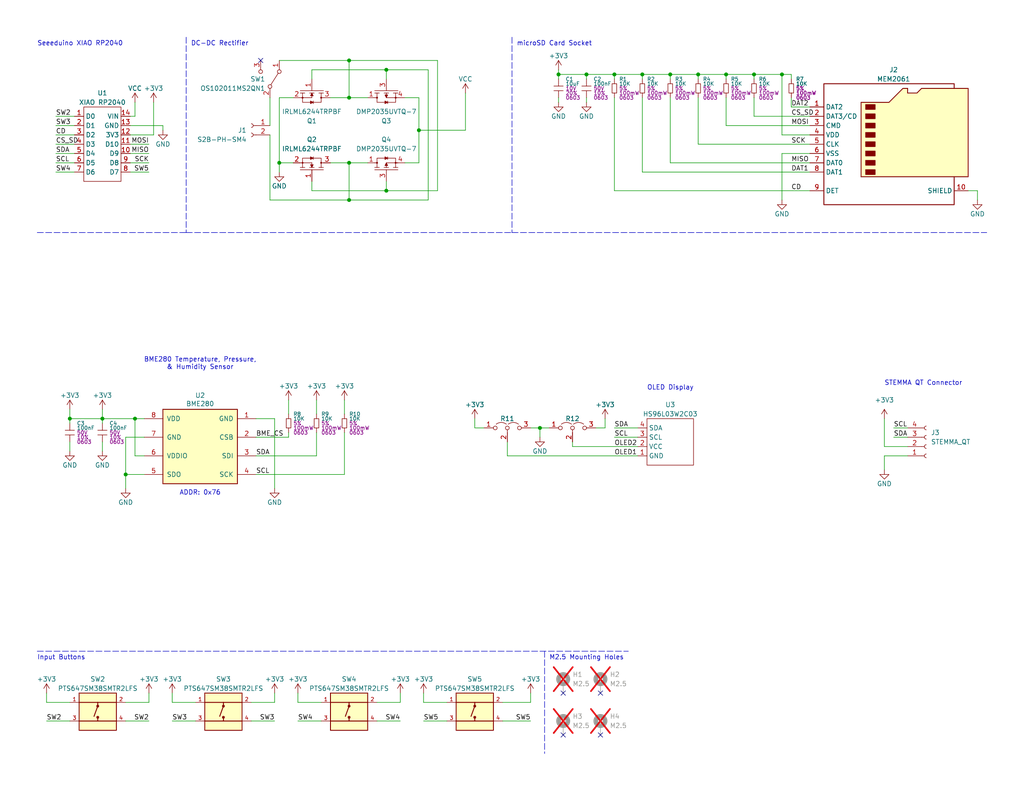
<source format=kicad_sch>
(kicad_sch (version 20250114) (generator "eeschema") (generator_version "9.0")
  (paper "USLetter")
  (title_block (title "Destination Weather Station v4.5.2") (date "2026-01-30") (rev "03") (comment 1 "Madison Gleydura") (comment 2 "FINAL VERSION") (comment 3 "2026"))
  (lib_symbols
    (symbol "lib_sch:+3V3" (power) (pin_names (offset 0))
      (property "Value" "+3V3" (at 0 3.556 0))
      (symbol "+3V3_1_1"
        (pin power_in line (at 0 0 90) (length 0) (hide yes) (name "+3V3") (number "1"))
      )
    )
    (symbol "lib_sch:BME280" (pin_names (offset 1.016))
      (property "Reference" "U" (at 0 13.97 0))
      (property "Value" "BME280" (at 0 11.43 0))
      (symbol "BME280_1_1"
        (pin power_in line (at -15.24 7.62 0) (length 5.08) (name "VDD") (number "8"))
        (pin power_in line (at -15.24 2.54 0) (length 5.08) (name "GND") (number "7"))
        (pin power_in line (at -15.24 -2.54 0) (length 5.08) (name "VDDIO") (number "6"))
        (pin bidirectional line (at -15.24 -7.62 0) (length 5.08) (name "SDO") (number "5"))
        (pin power_in line (at 15.24 7.62 180) (length 5.08) (name "GND") (number "1"))
        (pin input line (at 15.24 2.54 180) (length 5.08) (name "CSB") (number "2"))
        (pin bidirectional line (at 15.24 -2.54 180) (length 5.08) (name "SDI") (number "3"))
        (pin input line (at 15.24 -7.62 180) (length 5.08) (name "SCK") (number "4"))
      )
    )
    (symbol "lib_sch:Conn_01x02_Female" (pin_names (offset 1.016) (hide yes))
      (property "Reference" "J" (at 0 3.81 0))
      (property "Value" "Conn_01x02_Female" (at 0 -3.81 0))
      (symbol "Conn_01x02_Female_1_1"
        (pin passive line (at -5.08 1.27 0) (length 3.81) (name "Pin_1") (number "1"))
        (pin passive line (at -5.08 -1.27 0) (length 3.81) (name "Pin_2") (number "2"))
      )
    )
    (symbol "lib_sch:Conn_01x04_Female" (pin_names (offset 1.016) (hide yes))
      (property "Reference" "J" (at 0 6.35 0))
      (property "Value" "Conn_01x04_Female" (at 0 -6.35 0))
      (symbol "Conn_01x04_Female_1_1"
        (pin passive line (at -5.08 3.81 0) (length 3.81) (name "Pin_1") (number "1"))
        (pin passive line (at -5.08 1.27 0) (length 3.81) (name "Pin_2") (number "2"))
        (pin passive line (at -5.08 -1.27 0) (length 3.81) (name "Pin_3") (number "3"))
        (pin passive line (at -5.08 -3.81 0) (length 3.81) (name "Pin_4") (number "4"))
      )
    )
    (symbol "lib_sch:GND_1" (power) (pin_names (offset 0))
      (property "Value" "GND" (at 0 -3.81 0))
      (symbol "GND_1_1_1"
        (pin power_in line (at 0 0 270) (length 0) (hide yes) (name "GND") (number "1"))
      )
    )
    (symbol "lib_sch:Micro_SD_Card_Det1"
      (property "Reference" "J" (at -19.05 17.78 0))
      (property "Value" "Micro_SD_Card_Det1" (at 16.51 17.78 0))
      (symbol "Micro_SD_Card_Det1_1_1"
        (pin bidirectional line (at -22.86 10.16 0) (length 3.81) (name "DAT2") (number "1"))
        (pin bidirectional line (at -22.86 7.62 0) (length 3.81) (name "DAT3/CD") (number "2"))
        (pin input line (at -22.86 5.08 0) (length 3.81) (name "CMD") (number "3"))
        (pin power_in line (at -22.86 2.54 0) (length 3.81) (name "VDD") (number "4"))
        (pin input line (at -22.86 0 0) (length 3.81) (name "CLK") (number "5"))
        (pin power_in line (at -22.86 -2.54 0) (length 3.81) (name "VSS") (number "6"))
        (pin bidirectional line (at -22.86 -5.08 0) (length 3.81) (name "DAT0") (number "7"))
        (pin bidirectional line (at -22.86 -7.62 0) (length 3.81) (name "DAT1") (number "8"))
        (pin passive line (at -22.86 -12.7 0) (length 3.81) (name "DET") (number "9"))
        (pin passive line (at 20.32 -12.7 180) (length 3.81) (name "SHIELD") (number "10"))
      )
    )
    (symbol "lib_sch:MountingHole_Pad" (pin_numbers (hide yes)) (pin_names (offset 1.016) (hide yes))
      (property "Reference" "H" (at 0 6.35 0))
      (property "Value" "MountingHole_Pad" (at 0 4.445 0))
      (symbol "MountingHole_Pad_1_1"
        (pin input line (at 0 -2.54 90) (length 2.54) (name "1") (number "1"))
      )
    )
    (symbol "lib_sch:NMOS_GSD" (pin_names (hide yes))
      (property "Reference" "Q" (at 0 2.54 0))
      (symbol "NMOS_GSD_1_0"
        (pin passive line (at -5.08 0 0) (length 1.905) (name "") (number "3"))
        (pin passive line (at 0 -5.08 90) (length 3.175) (name "") (number "1"))
        (pin passive line (at 5.08 0 180) (length 1.905) (name "") (number "2"))
      )
    )
    (symbol "lib_sch:OLED_module"
      (property "Reference" "U2" (at 0 10.16 0))
      (property "Value" "OLED_module" (at 0 7.62 0))
      (symbol "OLED_module_1_1"
        (pin bidirectional line (at -8.89 3.81 0) (length 2.54) (name "SDA") (number "4"))
        (pin input line (at -8.89 1.27 0) (length 2.54) (name "SCL") (number "3"))
        (pin power_in line (at -8.89 -1.27 0) (length 2.54) (name "VCC") (number "2"))
        (pin passive line (at -8.89 -3.81 0) (length 2.54) (name "GND") (number "1"))
      )
    )
    (symbol "lib_sch:PMOS_DGS"
      (property "Reference" "Q4" (at 0 2.54 0))
      (symbol "PMOS_DGS_1_0"
        (pin passive line (at -5.08 0 0) (length 1.905) (name "") (number "1"))
        (pin passive line (at -5.08 0 0) (length 3.175) (hide yes) (name "") (number "2"))
        (pin passive line (at -5.08 0 0) (length 2.54) (hide yes) (name "") (number "5"))
        (pin passive line (at -5.08 0 0) (length 2.54) (hide yes) (name "") (number "6"))
        (pin passive line (at 0 -5.08 90) (length 3.175) (name "") (number "3"))
        (pin passive line (at 5.08 0 180) (length 2.54) (name "") (number "4"))
      )
    )
    (symbol "lib_sch:PTS645SK50SMTR92LFS" (pin_names (offset 1.016))
      (property "Reference" "SW" (at 0 8.89 0))
      (property "Value" "PTS645SK50SMTR92LFS" (at 0 6.35 0))
      (symbol "PTS645SK50SMTR92LFS_0_0"
        (pin passive line (at -7.62 2.54 0) (length 2.54) (name "~") (number "1"))
        (pin passive line (at -7.62 -2.54 0) (length 2.54) (name "~") (number "3"))
        (pin passive line (at 7.62 2.54 180) (length 2.54) (name "~") (number "2"))
        (pin passive line (at 7.62 -2.54 180) (length 2.54) (name "~") (number "4"))
      )
    )
    (symbol "lib_sch:Resistor_Jumper_3_Open" (pin_names (offset 0) (hide yes))
      (property "Reference" "R" (at 0 3.81 0))
      (property "Value" "Resistor_Jumper_3_Open" (at 0 2.54 0))
      (symbol "Resistor_Jumper_3_Open_1_1"
        (pin passive line (at -6.35 0 0) (length 2.54) (name "A") (number "1"))
        (pin input line (at 0 -3.81 90) (length 2.54) (name "C") (number "2"))
        (pin passive line (at 6.35 0 180) (length 2.54) (name "B") (number "3"))
      )
    )
    (symbol "lib_sch:SW_SPDT" (pin_names (offset 0) (hide yes))
      (property "Reference" "SW" (at 0 4.318 0))
      (property "Value" "SW_SPDT" (at 0 -5.08 0))
      (symbol "SW_SPDT_1_1"
        (pin passive line (at -5.08 0 0) (length 2.54) (name "B") (number "2"))
        (pin passive line (at 5.08 2.54 180) (length 2.54) (name "A") (number "1"))
        (pin passive line (at 5.08 -2.54 180) (length 2.54) (name "C") (number "3"))
      )
    )
    (symbol "lib_sch:VCC" (power) (pin_names (offset 0))
      (property "Value" "VCC" (at 0 3.81 0))
      (symbol "VCC_1_1"
        (pin power_in line (at 0 0 90) (length 0) (hide yes) (name "VCC") (number "1"))
      )
    )
    (symbol "lib_sch:c_small"
      (property "Reference" "C?" (at 1.905 2.54 0))
      (property "Value" "c_small" (at 1.905 1.27 0))
      (property "Tolerance" "TOL" (at 1.905 -1.27 0))
      (property "Voltage Rating" "VOLTAGE" (at 1.905 0 0))
      (property "Package" "PKG" (at 1.905 -2.54 0))
      (symbol "c_small_1_1"
        (pin passive line (at 0 2.54 270) (length 1.905) (name "") (number "1"))
        (pin passive line (at 0 -2.54 90) (length 1.905) (name "") (number "2"))
      )
    )
    (symbol "lib_sch:r_small"
      (property "Reference" "R?" (at 1.27 2.54 0))
      (property "Value" "VALUE" (at 1.27 1.27 0))
      (property "Tolerance" "TOL" (at 1.27 0 0))
      (property "Power Rating" "PWR" (at 1.27 -1.27 0))
      (property "Package" "PKG" (at 1.27 -2.54 0))
      (symbol "r_small_1_1"
        (pin passive line (at 0 2.54 270) (length 1.27) (name "") (number "1"))
        (pin passive line (at 0 -2.54 90) (length 1.27) (name "") (number "2"))
      )
    )
    (symbol "lib_sch:xiaoRP2040"
      (property "Reference" "U" (at 0 10.16 0))
      (symbol "xiaoRP2040_1_1"
        (pin bidirectional line (at -7.62 6.35 0) (length 2.54) (name "D0") (number "1"))
        (pin bidirectional line (at -7.62 3.81 0) (length 2.54) (name "D1") (number "2"))
        (pin bidirectional line (at -7.62 1.27 0) (length 2.54) (name "D2") (number "3"))
        (pin bidirectional line (at -7.62 -1.27 0) (length 2.54) (name "D3") (number "4"))
        (pin bidirectional line (at -7.62 -3.81 0) (length 2.54) (name "D4") (number "5"))
        (pin bidirectional line (at -7.62 -6.35 0) (length 2.54) (name "D5") (number "6"))
        (pin bidirectional line (at -7.62 -8.89 0) (length 2.54) (name "D6") (number "7"))
        (pin power_in line (at 7.62 6.35 180) (length 2.54) (name "VIN") (number "14"))
        (pin passive line (at 7.62 3.81 180) (length 2.54) (name "GND") (number "13"))
        (pin power_out line (at 7.62 1.27 180) (length 2.54) (name "3V3") (number "12"))
        (pin bidirectional line (at 7.62 -1.27 180) (length 2.54) (name "D10") (number "11"))
        (pin bidirectional line (at 7.62 -3.81 180) (length 2.54) (name "D9") (number "10"))
        (pin bidirectional line (at 7.62 -6.35 180) (length 2.54) (name "D8") (number "9"))
        (pin bidirectional line (at 7.62 -8.89 180) (length 2.54) (name "D7") (number "8"))
      )
    )
  )
  (text "DC-DC Rectifier" (at 52.07 12.7 0) (effects (font (size 1.27 1.27)) (justify left bottom)))
  (text "ADDR: 0x76" (at 54.61 134.62 0) (effects (font (size 1.27 1.27))))
  (text "OLED Display" (at 176.53 106.68 0) (effects (font (size 1.27 1.27)) (justify left bottom)))
  (text "Seeeduino XIAO RP2040\n" (at 10.16 12.7 0) (effects (font (size 1.27 1.27)) (justify left bottom)))
  (text "M2.5 Mounting Holes" (at 149.86 180.34 0) (effects (font (size 1.27 1.27)) (justify left bottom)))
  (text "Input Buttons" (at 10.16 180.34 0) (effects (font (size 1.27 1.27)) (justify left bottom)))
  (text "microSD Card Socket" (at 140.97 12.7 0) (effects (font (size 1.27 1.27)) (justify left bottom)))
  (text "STEMMA QT Connector" (at 241.3 105.41 0) (effects (font (size 1.27 1.27)) (justify left bottom)))
  (text_box "BME280 Temperature, Pressure,\n& Humidity Sensor" (at 38.1 96.52 0) (size 33.02 5.08) (margins 0.9524 0.9524 0.9524 0.9524) (stroke (width -0.0001)) (effects (font (size 1.27 1.27))))
  (junction (at 152.4 20.32))
  (junction (at 76.2 44.45))
  (junction (at 160.02 20.32))
  (junction (at 105.41 19.05))
  (junction (at 198.12 20.32))
  (junction (at 95.25 54.61))
  (junction (at 147.32 116.84))
  (junction (at 213.36 20.32))
  (junction (at 95.25 16.51))
  (junction (at 19.05 114.3))
  (junction (at 27.94 114.3))
  (junction (at 114.3 35.56))
  (junction (at 34.29 129.54))
  (junction (at 190.5 20.32))
  (junction (at 95.25 26.67))
  (junction (at 95.25 44.45))
  (junction (at 182.88 20.32))
  (junction (at 36.83 114.3))
  (junction (at 167.64 20.32))
  (junction (at 105.41 52.07))
  (junction (at 205.74 20.32))
  (junction (at 175.26 20.32))
  (no_connect (at 71.12 16.51))
  (no_connect (at 153.67 189.23))
  (no_connect (at 153.67 200.66))
  (no_connect (at 163.83 189.23))
  (no_connect (at 163.83 200.66))
  (wire (pts (xy 35.56 39.37) (xy 40.64 39.37)))
  (wire (pts (xy 15.24 44.45) (xy 20.32 44.45)))
  (wire (pts (xy 36.83 114.3) (xy 39.37 114.3)))
  (wire (pts (xy 93.98 109.22) (xy 93.98 113.03)))
  (wire (pts (xy 205.74 20.32) (xy 213.36 20.32)))
  (wire (pts (xy 12.7 191.77) (xy 19.05 191.77)))
  (wire (pts (xy 95.25 16.51) (xy 95.25 26.67)))
  (wire (pts (xy 241.3 128.27) (xy 241.3 124.46)))
  (wire (pts (xy 109.22 189.23) (xy 109.22 191.77)))
  (wire (pts (xy 36.83 114.3) (xy 36.83 124.46)))
  (wire (pts (xy 35.56 41.91) (xy 40.64 41.91)))
  (wire (pts (xy 39.37 119.38) (xy 34.29 119.38)))
  (wire (pts (xy 105.41 19.05) (xy 116.84 19.05)))
  (wire (pts (xy 35.56 44.45) (xy 40.64 44.45)))
  (polyline (pts (xy 10.16 177.8) (xy 171.45 177.8)) (stroke (width 0) (type dash)))
  (wire (pts (xy 15.24 31.75) (xy 20.32 31.75)))
  (wire (pts (xy 119.38 52.07) (xy 105.41 52.07)))
  (polyline (pts (xy 139.7 10.16) (xy 139.7 63.5)) (stroke (width 0) (type dash)))
  (wire (pts (xy 213.36 54.61) (xy 213.36 41.91)))
  (wire (pts (xy 175.26 46.99) (xy 220.98 46.99)))
  (wire (pts (xy 110.49 26.67) (xy 114.3 26.67)))
  (wire (pts (xy 86.36 109.22) (xy 86.36 113.03)))
  (wire (pts (xy 198.12 20.32) (xy 198.12 21.59)))
  (wire (pts (xy 137.16 196.85) (xy 144.78 196.85)))
  (wire (pts (xy 167.64 52.07) (xy 220.98 52.07)))
  (wire (pts (xy 35.56 46.99) (xy 40.64 46.99)))
  (wire (pts (xy 241.3 124.46) (xy 247.65 124.46)))
  (wire (pts (xy 129.54 116.84) (xy 132.08 116.84)))
  (wire (pts (xy 93.98 118.11) (xy 93.98 129.54)))
  (wire (pts (xy 127 25.4) (xy 127 35.56)))
  (wire (pts (xy 15.24 36.83) (xy 20.32 36.83)))
  (wire (pts (xy 220.98 36.83) (xy 213.36 36.83)))
  (wire (pts (xy 115.57 189.23) (xy 115.57 191.77)))
  (wire (pts (xy 115.57 196.85) (xy 121.92 196.85)))
  (wire (pts (xy 27.94 120.65) (xy 27.94 123.19)))
  (wire (pts (xy 215.9 21.59) (xy 215.9 20.32)))
  (wire (pts (xy 46.99 196.85) (xy 53.34 196.85)))
  (wire (pts (xy 85.09 52.07) (xy 105.41 52.07)))
  (wire (pts (xy 114.3 26.67) (xy 114.3 35.56)))
  (wire (pts (xy 73.66 54.61) (xy 95.25 54.61)))
  (wire (pts (xy 165.1 114.3) (xy 165.1 116.84)))
  (wire (pts (xy 102.87 196.85) (xy 109.22 196.85)))
  (wire (pts (xy 68.58 191.77) (xy 74.93 191.77)))
  (wire (pts (xy 147.32 116.84) (xy 149.86 116.84)))
  (wire (pts (xy 114.3 35.56) (xy 114.3 44.45)))
  (wire (pts (xy 19.05 114.3) (xy 27.94 114.3)))
  (wire (pts (xy 46.99 189.23) (xy 46.99 191.77)))
  (wire (pts (xy 190.5 20.32) (xy 190.5 21.59)))
  (wire (pts (xy 205.74 26.67) (xy 205.74 31.75)))
  (polyline (pts (xy 50.8 63.5) (xy 139.7 63.5)) (stroke (width 0) (type dash)))
  (wire (pts (xy 182.88 26.67) (xy 182.88 44.45)))
  (wire (pts (xy 69.85 119.38) (xy 78.74 119.38)))
  (wire (pts (xy 12.7 189.23) (xy 12.7 191.77)))
  (wire (pts (xy 152.4 26.67) (xy 152.4 27.94)))
  (wire (pts (xy 156.21 121.92) (xy 156.21 120.65)))
  (wire (pts (xy 167.64 116.84) (xy 173.99 116.84)))
  (wire (pts (xy 167.64 26.67) (xy 167.64 52.07)))
  (wire (pts (xy 215.9 26.67) (xy 215.9 29.21)))
  (wire (pts (xy 95.25 54.61) (xy 116.84 54.61)))
  (wire (pts (xy 190.5 20.32) (xy 198.12 20.32)))
  (wire (pts (xy 160.02 20.32) (xy 167.64 20.32)))
  (wire (pts (xy 175.26 26.67) (xy 175.26 46.99)))
  (wire (pts (xy 44.45 34.29) (xy 44.45 35.56)))
  (wire (pts (xy 213.36 20.32) (xy 215.9 20.32)))
  (wire (pts (xy 241.3 121.92) (xy 247.65 121.92)))
  (wire (pts (xy 105.41 19.05) (xy 105.41 21.59)))
  (wire (pts (xy 34.29 129.54) (xy 39.37 129.54)))
  (wire (pts (xy 138.43 124.46) (xy 173.99 124.46)))
  (wire (pts (xy 76.2 16.51) (xy 95.25 16.51)))
  (wire (pts (xy 264.16 52.07) (xy 266.7 52.07)))
  (wire (pts (xy 41.91 27.94) (xy 41.91 36.83)))
  (wire (pts (xy 175.26 21.59) (xy 175.26 20.32)))
  (wire (pts (xy 156.21 121.92) (xy 173.99 121.92)))
  (wire (pts (xy 81.28 189.23) (xy 81.28 191.77)))
  (wire (pts (xy 34.29 119.38) (xy 34.29 129.54)))
  (wire (pts (xy 175.26 20.32) (xy 182.88 20.32)))
  (wire (pts (xy 198.12 26.67) (xy 198.12 34.29)))
  (wire (pts (xy 15.24 41.91) (xy 20.32 41.91)))
  (wire (pts (xy 95.25 44.45) (xy 100.33 44.45)))
  (wire (pts (xy 69.85 129.54) (xy 93.98 129.54)))
  (wire (pts (xy 74.93 114.3) (xy 69.85 114.3)))
  (wire (pts (xy 41.91 36.83) (xy 35.56 36.83)))
  (wire (pts (xy 85.09 19.05) (xy 105.41 19.05)))
  (wire (pts (xy 105.41 49.53) (xy 105.41 52.07)))
  (wire (pts (xy 241.3 114.3) (xy 241.3 121.92)))
  (wire (pts (xy 182.88 20.32) (xy 190.5 20.32)))
  (wire (pts (xy 34.29 191.77) (xy 40.64 191.77)))
  (wire (pts (xy 95.25 26.67) (xy 100.33 26.67)))
  (wire (pts (xy 27.94 114.3) (xy 36.83 114.3)))
  (wire (pts (xy 74.93 189.23) (xy 74.93 191.77)))
  (wire (pts (xy 40.64 189.23) (xy 40.64 191.77)))
  (wire (pts (xy 73.66 36.83) (xy 73.66 54.61)))
  (wire (pts (xy 144.78 116.84) (xy 147.32 116.84)))
  (wire (pts (xy 182.88 20.32) (xy 182.88 21.59)))
  (wire (pts (xy 116.84 19.05) (xy 116.84 54.61)))
  (wire (pts (xy 138.43 120.65) (xy 138.43 124.46)))
  (wire (pts (xy 19.05 120.65) (xy 19.05 123.19)))
  (wire (pts (xy 76.2 26.67) (xy 76.2 44.45)))
  (wire (pts (xy 19.05 115.57) (xy 19.05 114.3)))
  (wire (pts (xy 144.78 189.23) (xy 144.78 191.77)))
  (wire (pts (xy 215.9 29.21) (xy 220.98 29.21)))
  (wire (pts (xy 190.5 26.67) (xy 190.5 39.37)))
  (wire (pts (xy 15.24 39.37) (xy 20.32 39.37)))
  (wire (pts (xy 34.29 196.85) (xy 40.64 196.85)))
  (wire (pts (xy 27.94 111.76) (xy 27.94 114.3)))
  (wire (pts (xy 85.09 49.53) (xy 85.09 52.07)))
  (wire (pts (xy 85.09 21.59) (xy 85.09 19.05)))
  (wire (pts (xy 127 35.56) (xy 114.3 35.56)))
  (wire (pts (xy 119.38 16.51) (xy 119.38 52.07)))
  (wire (pts (xy 39.37 124.46) (xy 36.83 124.46)))
  (wire (pts (xy 95.25 16.51) (xy 119.38 16.51)))
  (wire (pts (xy 35.56 34.29) (xy 44.45 34.29)))
  (wire (pts (xy 129.54 114.3) (xy 129.54 116.84)))
  (wire (pts (xy 12.7 196.85) (xy 19.05 196.85)))
  (wire (pts (xy 147.32 116.84) (xy 147.32 119.38)))
  (wire (pts (xy 182.88 44.45) (xy 220.98 44.45)))
  (wire (pts (xy 152.4 21.59) (xy 152.4 20.32)))
  (polyline (pts (xy 139.7 63.5) (xy 269.24 63.5)) (stroke (width 0) (type dash)))
  (wire (pts (xy 198.12 34.29) (xy 220.98 34.29)))
  (wire (pts (xy 46.99 191.77) (xy 53.34 191.77)))
  (wire (pts (xy 76.2 44.45) (xy 80.01 44.45)))
  (wire (pts (xy 167.64 20.32) (xy 167.64 21.59)))
  (polyline (pts (xy 10.16 63.5) (xy 50.8 63.5)) (stroke (width 0) (type dash)))
  (polyline (pts (xy 148.59 177.8) (xy 148.59 205.74)) (stroke (width 0) (type dash)))
  (wire (pts (xy 81.28 196.85) (xy 87.63 196.85)))
  (wire (pts (xy 73.66 26.67) (xy 73.66 34.29)))
  (wire (pts (xy 243.84 116.84) (xy 247.65 116.84)))
  (wire (pts (xy 86.36 118.11) (xy 86.36 124.46)))
  (wire (pts (xy 165.1 116.84) (xy 162.56 116.84)))
  (wire (pts (xy 137.16 191.77) (xy 144.78 191.77)))
  (wire (pts (xy 15.24 46.99) (xy 20.32 46.99)))
  (wire (pts (xy 15.24 34.29) (xy 20.32 34.29)))
  (wire (pts (xy 35.56 31.75) (xy 36.83 31.75)))
  (wire (pts (xy 198.12 20.32) (xy 205.74 20.32)))
  (wire (pts (xy 102.87 191.77) (xy 109.22 191.77)))
  (wire (pts (xy 81.28 191.77) (xy 87.63 191.77)))
  (wire (pts (xy 167.64 20.32) (xy 175.26 20.32)))
  (wire (pts (xy 78.74 109.22) (xy 78.74 113.03)))
  (wire (pts (xy 69.85 124.46) (xy 86.36 124.46)))
  (wire (pts (xy 74.93 114.3) (xy 74.93 133.35)))
  (wire (pts (xy 68.58 196.85) (xy 74.93 196.85)))
  (polyline (pts (xy 50.8 10.16) (xy 50.8 63.5)) (stroke (width 0) (type dash)))
  (wire (pts (xy 90.17 26.67) (xy 95.25 26.67)))
  (wire (pts (xy 190.5 39.37) (xy 220.98 39.37)))
  (wire (pts (xy 90.17 44.45) (xy 95.25 44.45)))
  (wire (pts (xy 19.05 111.76) (xy 19.05 114.3)))
  (wire (pts (xy 152.4 19.05) (xy 152.4 20.32)))
  (wire (pts (xy 80.01 26.67) (xy 76.2 26.67)))
  (wire (pts (xy 152.4 20.32) (xy 160.02 20.32)))
  (wire (pts (xy 76.2 44.45) (xy 76.2 46.99)))
  (wire (pts (xy 173.99 119.38) (xy 167.64 119.38)))
  (wire (pts (xy 160.02 26.67) (xy 160.02 27.94)))
  (wire (pts (xy 243.84 119.38) (xy 247.65 119.38)))
  (wire (pts (xy 27.94 115.57) (xy 27.94 114.3)))
  (wire (pts (xy 34.29 133.35) (xy 34.29 129.54)))
  (wire (pts (xy 213.36 36.83) (xy 213.36 20.32)))
  (wire (pts (xy 95.25 44.45) (xy 95.25 54.61)))
  (wire (pts (xy 78.74 118.11) (xy 78.74 119.38)))
  (wire (pts (xy 205.74 31.75) (xy 220.98 31.75)))
  (wire (pts (xy 213.36 41.91) (xy 220.98 41.91)))
  (wire (pts (xy 110.49 44.45) (xy 114.3 44.45)))
  (wire (pts (xy 160.02 20.32) (xy 160.02 21.59)))
  (wire (pts (xy 266.7 52.07) (xy 266.7 54.61)))
  (wire (pts (xy 36.83 27.94) (xy 36.83 31.75)))
  (wire (pts (xy 115.57 191.77) (xy 121.92 191.77)))
  (wire (pts (xy 205.74 20.32) (xy 205.74 21.59)))
  (label "DAT2" (at 215.9 29.21 0))
  (label "SCL" (at 69.85 129.54 0))
  (label "SW2" (at 40.64 196.85 180))
  (label "MISO" (at 40.64 41.91 180))
  (label "BME_CS" (at 69.85 119.38 0))
  (label "SDA" (at 167.64 116.84 0))
  (label "SW5" (at 115.57 196.85 0))
  (label "SW3" (at 15.24 34.29 0))
  (label "MOSI" (at 215.9 34.29 0))
  (label "SW3" (at 74.93 196.85 180))
  (label "SDA" (at 15.24 41.91 0))
  (label "OLED2" (at 167.64 121.92 0))
  (label "OLED1" (at 167.64 124.46 0))
  (label "CS_SD" (at 215.9 31.75 0))
  (label "SW4" (at 109.22 196.85 180))
  (label "CD" (at 15.24 36.83 0))
  (label "SW4" (at 81.28 196.85 0))
  (label "MISO" (at 215.9 44.45 0))
  (label "SCL" (at 243.84 116.84 0))
  (label "SW4" (at 15.24 46.99 0))
  (label "SCK" (at 40.64 44.45 180))
  (label "SW5" (at 40.64 46.99 180))
  (label "CS_SD" (at 15.24 39.37 0))
  (label "SDA" (at 69.85 124.46 0))
  (label "SCL" (at 15.24 44.45 0))
  (label "SW2" (at 15.24 31.75 0))
  (label "SCK" (at 215.9 39.37 0))
  (label "DAT1" (at 215.9 46.99 0))
  (label "SW5" (at 144.78 196.85 180))
  (label "SW3" (at 46.99 196.85 0))
  (label "SCL" (at 167.64 119.38 0))
  (label "SDA" (at 243.84 119.38 0))
  (label "CD" (at 215.9 52.07 0))
  (label "MOSI" (at 40.64 39.37 180))
  (label "SW2" (at 12.7 196.85 0))
  (symbol (lib_id "lib_sch:Conn_01x02_Female") (at 68.58 35.56 0) (mirror y) (unit 1)
    (property "Reference" "J1" (at 67.31 35.5599 0) (effects (justify left)))
    (property "Value" "S2B-PH-SM4" (at 67.31 38.1 0) (effects (justify left)))
    (property "Footprint" "lib_fp:JST-PH-S2B-SM4-TB" (effects (hide yes)))
    (property "Datasheet" "https://www.jst-mfg.com/product/pdf/eng/ePH.pdf" (effects (hide yes)))
    (property "Description" "CONN HEADER SMD R/A 2POS 2MM" (effects (hide yes)))
    (property "Manufacturer" "JST Sales America Inc." (effects (hide yes)))
    (property "MPN" "S2B-PH-SM4-TB(LF)(SN)" (effects (hide yes)))
  )
  (symbol (lib_id "lib_sch:GND_1") (at 213.36 54.61 0) (unit 1)
    (property "Reference" "#PWR016" (effects (hide yes)))
    (property "Value" "GND" (at 213.36 58.42 0))
  )
  (symbol (lib_id "lib_sch:c_small") (at 27.94 118.11 0) (unit 1)
    (property "Reference" "C4" (at 29.845 115.57 0) (effects (font (size 1.016 1.016)) (justify left)))
    (property "Value" "100nF" (at 29.845 116.84 0) (effects (font (size 1.016 1.016)) (justify left)))
    (property "Footprint" "lib_fp:CAPC160X80X88L35N" (effects (hide yes)))
    (property "Datasheet" "https://datasheets.kyocera-avx.com/cx5r-KGM.pdf" (effects (hide yes)))
    (property "Description" "CAP CER 0.1UF 50V X5R 0603" (effects (hide yes)))
    (property "Manufacturer" "KYOCERA AVX" (effects (hide yes)))
    (property "MPN" "KGM15AR51H104KT" (effects (hide yes)))
    (property "Tolerance" "10%" (at 29.845 119.38 0) (effects (font (size 1.016 1.016)) (justify left)))
    (property "Voltage Rating" "50V" (at 29.845 118.11 0) (effects (font (size 1.016 1.016)) (justify left)))
    (property "Package" "0603" (at 29.845 120.65 0) (effects (font (size 1.016 1.016)) (justify left)))
  )
  (symbol (lib_id "lib_sch:GND_1") (at 34.29 133.35 0) (unit 1)
    (property "Reference" "#PWR06" (effects (hide yes)))
    (property "Value" "GND" (at 34.29 137.16 0))
  )
  (symbol (lib_id "lib_sch:c_small") (at 19.05 118.11 0) (unit 1)
    (property "Reference" "C3" (at 20.955 115.57 0) (effects (font (size 1.016 1.016)) (justify left)))
    (property "Value" "100nF" (at 20.955 116.84 0) (effects (font (size 1.016 1.016)) (justify left)))
    (property "Footprint" "lib_fp:CAPC160X80X88L35N" (effects (hide yes)))
    (property "Datasheet" "https://datasheets.kyocera-avx.com/cx5r-KGM.pdf" (effects (hide yes)))
    (property "Description" "CAP CER 0.1UF 50V X5R 0603" (effects (hide yes)))
    (property "Manufacturer" "KYOCERA AVX" (effects (hide yes)))
    (property "MPN" "KGM15AR51H104KT" (effects (hide yes)))
    (property "Tolerance" "10%" (at 20.955 119.38 0) (effects (font (size 1.016 1.016)) (justify left)))
    (property "Voltage Rating" "50V" (at 20.955 118.11 0) (effects (font (size 1.016 1.016)) (justify left)))
    (property "Package" "0603" (at 20.955 120.65 0) (effects (font (size 1.016 1.016)) (justify left)))
  )
  (symbol (lib_id "lib_sch:Resistor_Jumper_3_Open") (at 138.43 116.84 0) (unit 1)
    (property "Reference" "R11" (at 138.43 114.3 0))
    (property "Value" "0R" (effects (hide yes)))
    (property "Footprint" "lib_fp:ResistorJumper-3" (effects (hide yes)))
    (property "Datasheet" "https://www.vishay.com/docs/20035/dcrcwe3.pdf" (effects (hide yes)))
    (property "Description" "RES SMD 0 OHM JUMPER 1/10W 0603" (effects (hide yes)))
    (property "Manufacturer" "Vishay Dale" (effects (hide yes)))
    (property "MPN" "CRCW06030000Z0EA" (effects (hide yes)))
  )
  (symbol (lib_id "lib_sch:r_small") (at 167.64 24.13 0) (unit 1)
    (property "Reference" "R1" (at 168.91 21.59 0) (effects (font (size 1.016 1.016)) (justify left)))
    (property "Value" "10K" (at 168.91 22.86 0) (effects (font (size 1.016 1.016)) (justify left)))
    (property "Footprint" "lib_fp:RESC160X80X55L30N" (effects (hide yes)))
    (property "Datasheet" "https://www.vishay.com/docs/20035/dcrcwe3.pdf" (effects (hide yes)))
    (property "Description" "RES SMD 10K OHM 5% 1/8W 0603" (effects (hide yes)))
    (property "Manufacturer" "Vishay Dale" (effects (hide yes)))
    (property "MPN" "CRCW060310K0JNEB" (effects (hide yes)))
    (property "Tolerance" "5%" (at 168.91 24.13 0) (effects (font (size 1.016 1.016)) (justify left)))
    (property "Power Rating" "100mW" (at 168.91 25.4 0) (effects (font (size 1.016 1.016)) (justify left)))
    (property "Package" "0603" (at 168.91 26.67 0) (effects (font (size 1.016 1.016)) (justify left)))
  )
  (symbol (lib_id "lib_sch:r_small") (at 215.9 24.13 0) (unit 1)
    (property "Reference" "R7" (at 217.17 21.59 0) (effects (font (size 1.016 1.016)) (justify left)))
    (property "Value" "10K" (at 217.17 22.86 0) (effects (font (size 1.016 1.016)) (justify left)))
    (property "Footprint" "lib_fp:RESC160X80X55L30N" (effects (hide yes)))
    (property "Datasheet" "https://www.vishay.com/docs/20035/dcrcwe3.pdf" (effects (hide yes)))
    (property "Description" "RES SMD 10K OHM 5% 1/8W 0603" (effects (hide yes)))
    (property "Manufacturer" "Vishay Dale" (effects (hide yes)))
    (property "MPN" "CRCW060310K0JNEB" (effects (hide yes)))
    (property "Tolerance" "5%" (at 217.17 24.13 0) (effects (font (size 1.016 1.016)) (justify left)))
    (property "Power Rating" "100mW" (at 217.17 25.4 0) (effects (font (size 1.016 1.016)) (justify left)))
    (property "Package" "0603" (at 217.17 26.67 0) (effects (font (size 1.016 1.016)) (justify left)))
  )
  (symbol (lib_id "lib_sch:c_small") (at 160.02 24.13 0) (unit 1)
    (property "Reference" "C2" (at 161.925 21.59 0) (effects (font (size 1.016 1.016)) (justify left)))
    (property "Value" "100nF" (at 161.925 22.86 0) (effects (font (size 1.016 1.016)) (justify left)))
    (property "Footprint" "lib_fp:CAPC160X80X88L35N" (effects (hide yes)))
    (property "Datasheet" "https://datasheets.kyocera-avx.com/cx5r-KGM.pdf" (effects (hide yes)))
    (property "Description" "CAP CER 0.1UF 50V X5R 0603" (effects (hide yes)))
    (property "Manufacturer" "KYOCERA AVX" (effects (hide yes)))
    (property "MPN" "KGM15AR51H104KT" (effects (hide yes)))
    (property "Tolerance" "10%" (at 161.925 25.4 0) (effects (font (size 1.016 1.016)) (justify left)))
    (property "Voltage Rating" "50V" (at 161.925 24.13 0) (effects (font (size 1.016 1.016)) (justify left)))
    (property "Package" "0603" (at 161.925 26.67 0) (effects (font (size 1.016 1.016)) (justify left)))
  )
  (symbol (lib_id "lib_sch:+3V3") (at 46.99 189.23 0) (mirror y) (unit 1)
    (property "Reference" "#PWR012" (effects (hide yes)))
    (property "Value" "+3V3" (at 46.99 185.42 0))
  )
  (symbol (lib_id "lib_sch:r_small") (at 198.12 24.13 0) (unit 1)
    (property "Reference" "R5" (at 199.39 21.59 0) (effects (font (size 1.016 1.016)) (justify left)))
    (property "Value" "10K" (at 199.39 22.86 0) (effects (font (size 1.016 1.016)) (justify left)))
    (property "Footprint" "lib_fp:RESC160X80X55L30N" (effects (hide yes)))
    (property "Datasheet" "https://www.vishay.com/docs/20035/dcrcwe3.pdf" (effects (hide yes)))
    (property "Description" "RES SMD 10K OHM 5% 1/8W 0603" (effects (hide yes)))
    (property "Manufacturer" "Vishay Dale" (effects (hide yes)))
    (property "MPN" "CRCW060310K0JNEB" (effects (hide yes)))
    (property "Tolerance" "5%" (at 199.39 24.13 0) (effects (font (size 1.016 1.016)) (justify left)))
    (property "Power Rating" "100mW" (at 199.39 25.4 0) (effects (font (size 1.016 1.016)) (justify left)))
    (property "Package" "0603" (at 199.39 26.67 0) (effects (font (size 1.016 1.016)) (justify left)))
  )
  (symbol (lib_id "lib_sch:PTS645SK50SMTR92LFS") (at 129.54 194.31 0) (unit 1)
    (property "Reference" "SW5" (at 129.54 185.42 0))
    (property "Value" "PTS647SM38SMTR2LFS" (at 129.54 187.96 0))
    (property "Footprint" "lib_fp:SW_4.5x4.5" (effects (hide yes)))
    (property "Datasheet" "https://www.ckswitches.com/media/2567/pts647.pdf" (effects (hide yes)))
    (property "Description" "SWITCH TACTILE SPST-NO 0.05A 12V" (effects (hide yes)))
    (property "Manufacturer" "C&K" (effects (hide yes)))
    (property "MPN" "PTS 647 SM38 SMTR2 LFS" (effects (hide yes)))
  )
  (symbol (lib_id "lib_sch:PTS645SK50SMTR92LFS") (at 60.96 194.31 0) (unit 1)
    (property "Reference" "SW3" (at 60.96 185.42 0))
    (property "Value" "PTS647SM38SMTR2LFS" (at 60.96 187.96 0))
    (property "Footprint" "lib_fp:SW_4.5x4.5" (effects (hide yes)))
    (property "Datasheet" "https://www.ckswitches.com/media/2567/pts647.pdf" (effects (hide yes)))
    (property "Description" "SWITCH TACTILE SPST-NO 0.05A 12V" (effects (hide yes)))
    (property "Manufacturer" "C&K" (effects (hide yes)))
    (property "MPN" "PTS 647 SM38 SMTR2 LFS" (effects (hide yes)))
  )
  (symbol (lib_id "lib_sch:MountingHole_Pad") (at 163.83 186.69 0) (unit 1) (in_bom no) (dnp yes)
    (property "Reference" "H2" (at 166.37 184.15 0) (effects (justify left)))
    (property "Value" "M2.5" (at 166.37 186.69 0) (effects (justify left)))
    (property "Footprint" "lib_fp:M2.54_NPTH" (effects (hide yes)))
  )
  (symbol (lib_id "lib_sch:BME280") (at 54.61 121.92 0) (unit 1)
    (property "Reference" "U2" (at 54.61 107.95 0))
    (property "Value" "BME280" (at 54.61 110.236 0))
    (property "Footprint" "lib_fp:BME280" (effects (hide yes)))
    (property "Datasheet" "https://www.bosch-sensortec.com/media/boschsensortec/downloads/datasheets/bst-bme280-ds002.pdf" (effects (hide yes)))
    (property "Description" "SENSOR PRESSURE HUMIDITY TEMP" (effects (hide yes)))
    (property "Manufacturer" "Bosch Sensortec" (effects (hide yes)))
    (property "MPN" "BME280" (effects (hide yes)))
  )
  (symbol (lib_id "lib_sch:+3V3") (at 109.22 189.23 0) (unit 1)
    (property "Reference" "#PWR021" (effects (hide yes)))
    (property "Value" "+3V3" (at 109.22 185.42 0))
  )
  (symbol (lib_id "lib_sch:PMOS_DGS") (at 105.41 26.67 0) (mirror x) (unit 1)
    (property "Reference" "Q3" (at 105.41 33.02 0))
    (property "Value" "DMP2035UVTQ-7" (at 105.41 30.48 0))
    (property "Footprint" "lib_fp:SOT23-6P95_280X100L40X37N" (effects (hide yes)))
    (property "Datasheet" "https://www.diodes.com/datasheet/download/DMP2035UVTQ.pdf" (effects (hide yes)))
    (property "Description" "MOSFET P-CH 20V 7.2A TSOT26" (effects (hide yes)))
    (property "Manufacturer" "Diodes Incorporated" (effects (hide yes)))
    (property "MPN" "DMP2035UVTQ-7" (effects (hide yes)))
  )
  (symbol (lib_id "lib_sch:Resistor_Jumper_3_Open") (at 156.21 116.84 0) (unit 1)
    (property "Reference" "R12" (at 156.21 114.3 0))
    (property "Value" "0R" (effects (hide yes)))
    (property "Footprint" "lib_fp:ResistorJumper-3" (effects (hide yes)))
    (property "Datasheet" "https://www.vishay.com/docs/20035/dcrcwe3.pdf" (effects (hide yes)))
    (property "Description" "RES SMD 0 OHM JUMPER 1/10W 0603" (effects (hide yes)))
    (property "Manufacturer" "Vishay Dale" (effects (hide yes)))
    (property "MPN" "CRCW06030000Z0EA" (effects (hide yes)))
  )
  (symbol (lib_id "lib_sch:GND_1") (at 160.02 27.94 0) (unit 1)
    (property "Reference" "#PWR018" (effects (hide yes)))
    (property "Value" "GND" (at 160.02 31.75 0))
  )
  (symbol (lib_id "lib_sch:+3V3") (at 165.1 114.3 0) (unit 1)
    (property "Reference" "#PWR0119" (effects (hide yes)))
    (property "Value" "+3V3" (at 165.1 110.49 0))
  )
  (symbol (lib_id "lib_sch:xiaoRP2040") (at 27.94 38.1 0) (unit 1)
    (property "Reference" "U1" (at 27.94 25.4 0))
    (property "Value" "XIAO RP2040" (at 27.94 27.94 0))
    (property "Footprint" "lib_fp:QtPy" (effects (hide yes)))
    (property "Datasheet" "https://wiki.seeedstudio.com/XIAO-RP2040/" (effects (hide yes)))
    (property "Description" "XIAO RP2040" (effects (hide yes)))
    (property "Manufacturer" "Seeed Studio" (effects (hide yes)))
    (property "MPN" "RP2040" (effects (hide yes)))
  )
  (symbol (lib_id "lib_sch:r_small") (at 78.74 115.57 0) (unit 1)
    (property "Reference" "R8" (at 80.01 113.03 0) (effects (font (size 1.016 1.016)) (justify left)))
    (property "Value" "10K" (at 80.01 114.3 0) (effects (font (size 1.016 1.016)) (justify left)))
    (property "Footprint" "lib_fp:RESC160X80X55L30N" (effects (hide yes)))
    (property "Datasheet" "https://www.vishay.com/docs/20035/dcrcwe3.pdf" (effects (hide yes)))
    (property "Description" "RES SMD 10K OHM 5% 1/8W 0603" (effects (hide yes)))
    (property "Manufacturer" "Vishay Dale" (effects (hide yes)))
    (property "MPN" "CRCW060310K0JNEB" (effects (hide yes)))
    (property "Tolerance" "5%" (at 80.01 115.57 0) (effects (font (size 1.016 1.016)) (justify left)))
    (property "Power Rating" "100mW" (at 80.01 116.84 0) (effects (font (size 1.016 1.016)) (justify left)))
    (property "Package" "0603" (at 80.01 118.11 0) (effects (font (size 1.016 1.016)) (justify left)))
  )
  (symbol (lib_id "lib_sch:+3V3") (at 93.98 109.22 0) (unit 1)
    (property "Reference" "#PWR0101" (effects (hide yes)))
    (property "Value" "+3V3" (at 93.98 105.41 0))
  )
  (symbol (lib_id "lib_sch:PTS645SK50SMTR92LFS") (at 95.25 194.31 0) (unit 1)
    (property "Reference" "SW4" (at 95.25 185.42 0))
    (property "Value" "PTS647SM38SMTR2LFS" (at 95.25 187.96 0))
    (property "Footprint" "lib_fp:SW_4.5x4.5" (effects (hide yes)))
    (property "Datasheet" "https://www.ckswitches.com/media/2567/pts647.pdf" (effects (hide yes)))
    (property "Description" "SWITCH TACTILE SPST-NO 0.05A 12V" (effects (hide yes)))
    (property "Manufacturer" "C&K" (effects (hide yes)))
    (property "MPN" "PTS 647 SM38 SMTR2 LFS" (effects (hide yes)))
  )
  (symbol (lib_id "lib_sch:r_small") (at 190.5 24.13 0) (unit 1)
    (property "Reference" "R4" (at 191.77 21.59 0) (effects (font (size 1.016 1.016)) (justify left)))
    (property "Value" "10K" (at 191.77 22.86 0) (effects (font (size 1.016 1.016)) (justify left)))
    (property "Footprint" "lib_fp:RESC160X80X55L30N" (effects (hide yes)))
    (property "Datasheet" "https://www.vishay.com/docs/20035/dcrcwe3.pdf" (effects (hide yes)))
    (property "Description" "RES SMD 10K OHM 5% 1/8W 0603" (effects (hide yes)))
    (property "Manufacturer" "Vishay Dale" (effects (hide yes)))
    (property "MPN" "CRCW060310K0JNEB" (effects (hide yes)))
    (property "Tolerance" "5%" (at 191.77 24.13 0) (effects (font (size 1.016 1.016)) (justify left)))
    (property "Power Rating" "100mW" (at 191.77 25.4 0) (effects (font (size 1.016 1.016)) (justify left)))
    (property "Package" "0603" (at 191.77 26.67 0) (effects (font (size 1.016 1.016)) (justify left)))
  )
  (symbol (lib_id "lib_sch:VCC") (at 127 25.4 0) (unit 1)
    (property "Reference" "#PWR0115" (effects (hide yes)))
    (property "Value" "VCC" (at 127 21.59 0))
  )
  (symbol (lib_id "lib_sch:MountingHole_Pad") (at 153.67 198.12 0) (unit 1) (in_bom no) (dnp yes)
    (property "Reference" "H3" (at 156.21 195.58 0) (effects (justify left)))
    (property "Value" "M2.5" (at 156.21 198.12 0) (effects (justify left)))
    (property "Footprint" "lib_fp:M2.54_NPTH" (effects (hide yes)))
  )
  (symbol (lib_id "lib_sch:SW_SPDT") (at 73.66 21.59 270) (mirror x) (unit 1)
    (property "Reference" "SW1" (at 72.39 21.59 90) (effects (justify right)))
    (property "Value" "OS102011MS2QN1" (at 72.39 24.13 90) (effects (justify right)))
    (property "Footprint" "lib_fp:OS102011MS2QN1" (effects (hide yes)))
    (property "Datasheet" "https://www.ckswitches.com/media/1428/os.pdf" (effects (hide yes)))
    (property "Description" "SWITCH SLIDE SPDT 100MA 12V" (effects (hide yes)))
    (property "Manufacturer" "C&K" (effects (hide yes)))
    (property "MPN" "OS102011MS2QN1" (effects (hide yes)))
  )
  (symbol (lib_id "lib_sch:GND_1") (at 19.05 123.19 0) (unit 1)
    (property "Reference" "#PWR04" (effects (hide yes)))
    (property "Value" "GND" (at 19.05 127 0))
  )
  (symbol (lib_id "lib_sch:GND_1") (at 241.3 128.27 0) (unit 1)
    (property "Reference" "#PWR010" (effects (hide yes)))
    (property "Value" "GND" (at 241.3 132.08 0))
  )
  (symbol (lib_id "lib_sch:GND_1") (at 44.45 35.56 0) (unit 1)
    (property "Reference" "#PWR015" (effects (hide yes)))
    (property "Value" "GND" (at 44.45 39.37 0))
  )
  (symbol (lib_id "lib_sch:+3V3") (at 78.74 109.22 0) (unit 1)
    (property "Reference" "#PWR0104" (effects (hide yes)))
    (property "Value" "+3V3" (at 78.74 105.41 0))
  )
  (symbol (lib_id "lib_sch:+3V3") (at 81.28 189.23 0) (mirror y) (unit 1)
    (property "Reference" "#PWR019" (effects (hide yes)))
    (property "Value" "+3V3" (at 81.28 185.42 0))
  )
  (symbol (lib_id "lib_sch:+3V3") (at 152.4 19.05 0) (unit 1)
    (property "Reference" "#PWR08" (effects (hide yes)))
    (property "Value" "+3V3" (at 152.4 15.24 0))
  )
  (symbol (lib_id "lib_sch:OLED_module") (at 182.88 120.65 0) (unit 1)
    (property "Reference" "U3" (at 182.88 110.49 0))
    (property "Value" "HS96L03W2C03" (at 182.88 113.03 0))
    (property "Footprint" "lib_fp:HS96L03W2C03" (effects (hide yes)))
    (property "Datasheet" "https://www.lcsc.com/datasheet/C5248080.pdf" (effects (hide yes)))
    (property "Manufacturer" "SHENZHEN HANSHENG INDUSTRAIL CO." (effects (hide yes)))
    (property "MPN" "HS96L03W2C03" (effects (hide yes)))
  )
  (symbol (lib_id "lib_sch:VCC") (at 36.83 27.94 0) (unit 1)
    (property "Reference" "#PWR0111" (effects (hide yes)))
    (property "Value" "VCC" (at 36.83 24.13 0))
  )
  (symbol (lib_id "lib_sch:r_small") (at 205.74 24.13 0) (unit 1)
    (property "Reference" "R6" (at 207.01 21.59 0) (effects (font (size 1.016 1.016)) (justify left)))
    (property "Value" "10K" (at 207.01 22.86 0) (effects (font (size 1.016 1.016)) (justify left)))
    (property "Footprint" "lib_fp:RESC160X80X55L30N" (effects (hide yes)))
    (property "Datasheet" "https://www.vishay.com/docs/20035/dcrcwe3.pdf" (effects (hide yes)))
    (property "Description" "RES SMD 10K OHM 5% 1/8W 0603" (effects (hide yes)))
    (property "Manufacturer" "Vishay Dale" (effects (hide yes)))
    (property "MPN" "CRCW060310K0JNEB" (effects (hide yes)))
    (property "Tolerance" "5%" (at 207.01 24.13 0) (effects (font (size 1.016 1.016)) (justify left)))
    (property "Power Rating" "100mW" (at 207.01 25.4 0) (effects (font (size 1.016 1.016)) (justify left)))
    (property "Package" "0603" (at 207.01 26.67 0) (effects (font (size 1.016 1.016)) (justify left)))
  )
  (symbol (lib_id "lib_sch:NMOS_GSD") (at 85.09 26.67 180) (unit 1)
    (property "Reference" "Q1" (at 85.09 33.02 0))
    (property "Value" "IRLML6244TRPBF" (at 85.09 30.48 0))
    (property "Footprint" "lib_fp:IRLML6244TRPBF" (effects (hide yes)))
    (property "Datasheet" "https://www.infineon.com/assets/row/public/documents/24/49/infineon-irlml6244-datasheet-en.pdf" (effects (hide yes)))
    (property "Description" "MOSFET N-CH 20V 6.3A SOT23" (effects (hide yes)))
    (property "Manufacturer" "Infineon Technologies" (effects (hide yes)))
    (property "MPN" "IRLML6244TRPBF" (effects (hide yes)))
  )
  (symbol (lib_id "lib_sch:GND_1") (at 147.32 119.38 0) (unit 1)
    (property "Reference" "#PWR02" (effects (hide yes)))
    (property "Value" "GND" (at 147.32 123.19 0))
  )
  (symbol (lib_id "lib_sch:+3V3") (at 27.94 111.76 0) (unit 1)
    (property "Reference" "#PWR0114" (effects (hide yes)))
    (property "Value" "+3V3" (at 27.94 107.95 0))
  )
  (symbol (lib_id "lib_sch:MountingHole_Pad") (at 163.83 198.12 0) (unit 1) (in_bom no) (dnp yes)
    (property "Reference" "H4" (at 166.37 195.58 0) (effects (justify left)))
    (property "Value" "M2.5" (at 166.37 198.12 0) (effects (justify left)))
    (property "Footprint" "lib_fp:M2.54_NPTH" (effects (hide yes)))
  )
  (symbol (lib_id "lib_sch:GND_1") (at 152.4 27.94 0) (unit 1)
    (property "Reference" "#PWR017" (effects (hide yes)))
    (property "Value" "GND" (at 152.4 31.75 0))
  )
  (symbol (lib_id "lib_sch:+3V3") (at 41.91 27.94 0) (unit 1)
    (property "Reference" "#PWR0102" (effects (hide yes)))
    (property "Value" "+3V3" (at 41.91 24.13 0))
  )
  (symbol (lib_id "lib_sch:GND_1") (at 76.2 46.99 0) (unit 1)
    (property "Reference" "#PWR01" (effects (hide yes)))
    (property "Value" "GND" (at 76.2 50.8 0))
  )
  (symbol (lib_id "lib_sch:+3V3") (at 40.64 189.23 0) (unit 1)
    (property "Reference" "#PWR013" (effects (hide yes)))
    (property "Value" "+3V3" (at 40.64 185.42 0))
  )
  (symbol (lib_id "lib_sch:MountingHole_Pad") (at 153.67 186.69 0) (unit 1) (in_bom no) (dnp yes)
    (property "Reference" "H1" (at 156.21 184.15 0) (effects (justify left)))
    (property "Value" "M2.5" (at 156.21 186.69 0) (effects (justify left)))
    (property "Footprint" "lib_fp:M2.54_NPTH" (effects (hide yes)))
  )
  (symbol (lib_id "lib_sch:Micro_SD_Card_Det1") (at 243.84 39.37 0) (unit 1)
    (property "Reference" "J2" (at 243.84 19.05 0))
    (property "Value" "MEM2061" (at 243.84 21.59 0))
    (property "Footprint" "lib_fp:MEM2061" (effects (hide yes)))
    (property "Datasheet" "https://gct.co/files/drawings/mem2061.pdf" (effects (hide yes)))
    (property "Description" "CONN MICRO SD CARD R/A SMD" (effects (hide yes)))
    (property "Manufacturer" "GCT" (effects (hide yes)))
    (property "MPN" "MEM2061-01-188-00-A" (effects (hide yes)))
  )
  (symbol (lib_id "lib_sch:r_small") (at 86.36 115.57 0) (unit 1)
    (property "Reference" "R9" (at 87.63 113.03 0) (effects (font (size 1.016 1.016)) (justify left)))
    (property "Value" "10K" (at 87.63 114.3 0) (effects (font (size 1.016 1.016)) (justify left)))
    (property "Footprint" "lib_fp:RESC160X80X55L30N" (effects (hide yes)))
    (property "Datasheet" "https://www.vishay.com/docs/20035/dcrcwe3.pdf" (effects (hide yes)))
    (property "Description" "RES SMD 10K OHM 5% 1/8W 0603" (effects (hide yes)))
    (property "Manufacturer" "Vishay Dale" (effects (hide yes)))
    (property "MPN" "CRCW060310K0JNEB" (effects (hide yes)))
    (property "Tolerance" "5%" (at 87.63 115.57 0) (effects (font (size 1.016 1.016)) (justify left)))
    (property "Power Rating" "100mW" (at 87.63 116.84 0) (effects (font (size 1.016 1.016)) (justify left)))
    (property "Package" "0603" (at 87.63 118.11 0) (effects (font (size 1.016 1.016)) (justify left)))
  )
  (symbol (lib_id "lib_sch:r_small") (at 93.98 115.57 0) (unit 1)
    (property "Reference" "R10" (at 95.25 113.03 0) (effects (font (size 1.016 1.016)) (justify left)))
    (property "Value" "10K" (at 95.25 114.3 0) (effects (font (size 1.016 1.016)) (justify left)))
    (property "Footprint" "lib_fp:RESC160X80X55L30N" (effects (hide yes)))
    (property "Datasheet" "https://www.vishay.com/docs/20035/dcrcwe3.pdf" (effects (hide yes)))
    (property "Description" "RES SMD 10K OHM 5% 1/8W 0603" (effects (hide yes)))
    (property "Manufacturer" "Vishay Dale" (effects (hide yes)))
    (property "MPN" "CRCW060310K0JNEB" (effects (hide yes)))
    (property "Tolerance" "5%" (at 95.25 115.57 0) (effects (font (size 1.016 1.016)) (justify left)))
    (property "Power Rating" "100mW" (at 95.25 116.84 0) (effects (font (size 1.016 1.016)) (justify left)))
    (property "Package" "0603" (at 95.25 118.11 0) (effects (font (size 1.016 1.016)) (justify left)))
  )
  (symbol (lib_id "lib_sch:+3V3") (at 144.78 189.23 0) (unit 1)
    (property "Reference" "#PWR022" (effects (hide yes)))
    (property "Value" "+3V3" (at 144.78 185.42 0))
  )
  (symbol (lib_id "lib_sch:+3V3") (at 129.54 114.3 0) (unit 1)
    (property "Reference" "#PWR0118" (effects (hide yes)))
    (property "Value" "+3V3" (at 129.54 110.49 0))
  )
  (symbol (lib_id "lib_sch:PMOS_DGS") (at 105.41 44.45 0) (unit 1)
    (property "Reference" "Q4" (at 105.41 38.1 0))
    (property "Value" "DMP2035UVTQ-7" (at 105.41 40.64 0))
    (property "Footprint" "lib_fp:SOT23-6P95_280X100L40X37N" (effects (hide yes)))
    (property "Datasheet" "https://www.diodes.com/datasheet/download/DMP2035UVTQ.pdf" (effects (hide yes)))
    (property "Description" "MOSFET P-CH 20V 7.2A TSOT26" (effects (hide yes)))
    (property "Manufacturer" "Diodes Incorporated" (effects (hide yes)))
    (property "MPN" "DMP2035UVTQ-7" (effects (hide yes)))
  )
  (symbol (lib_id "lib_sch:+3V3") (at 19.05 111.76 0) (unit 1)
    (property "Reference" "#PWR0113" (effects (hide yes)))
    (property "Value" "+3V3" (at 19.05 107.95 0))
  )
  (symbol (lib_id "lib_sch:Conn_01x04_Female") (at 252.73 120.65 0) (mirror x) (unit 1)
    (property "Reference" "J3" (at 254 118.11 0) (effects (justify left)))
    (property "Value" "STEMMA_QT" (at 254 120.65 0) (effects (justify left)))
    (property "Footprint" "lib_fp:JST_SH_SM04B-SRSS-TB" (effects (hide yes)))
    (property "Datasheet" "https://www.jst-mfg.com/product/pdf/eng/eSH.pdf" (effects (hide yes)))
    (property "Description" "CONN HEADER SMD R/A 4POS 1MM" (effects (hide yes)))
    (property "Manufacturer" "JST Sales America Inc." (effects (hide yes)))
    (property "MPN" "SM04B-SRSS-TB" (effects (hide yes)))
  )
  (symbol (lib_id "lib_sch:+3V3") (at 86.36 109.22 0) (unit 1)
    (property "Reference" "#PWR0105" (effects (hide yes)))
    (property "Value" "+3V3" (at 86.36 105.41 0))
  )
  (symbol (lib_id "lib_sch:PTS645SK50SMTR92LFS") (at 26.67 194.31 0) (unit 1)
    (property "Reference" "SW2" (at 26.67 185.42 0))
    (property "Value" "PTS647SM38SMTR2LFS" (at 26.67 187.96 0))
    (property "Footprint" "lib_fp:SW_4.5x4.5" (effects (hide yes)))
    (property "Datasheet" "https://www.ckswitches.com/media/2567/pts647.pdf" (effects (hide yes)))
    (property "Description" "SWITCH TACTILE SPST-NO 0.05A 12V" (effects (hide yes)))
    (property "Manufacturer" "C&K" (effects (hide yes)))
    (property "MPN" "PTS 647 SM38 SMTR2 LFS" (effects (hide yes)))
  )
  (symbol (lib_id "lib_sch:r_small") (at 182.88 24.13 0) (unit 1)
    (property "Reference" "R3" (at 184.15 21.59 0) (effects (font (size 1.016 1.016)) (justify left)))
    (property "Value" "10K" (at 184.15 22.86 0) (effects (font (size 1.016 1.016)) (justify left)))
    (property "Footprint" "lib_fp:RESC160X80X55L30N" (effects (hide yes)))
    (property "Datasheet" "https://www.vishay.com/docs/20035/dcrcwe3.pdf" (effects (hide yes)))
    (property "Description" "RES SMD 10K OHM 5% 1/8W 0603" (effects (hide yes)))
    (property "Manufacturer" "Vishay Dale" (effects (hide yes)))
    (property "MPN" "CRCW060310K0JNEB" (effects (hide yes)))
    (property "Tolerance" "5%" (at 184.15 24.13 0) (effects (font (size 1.016 1.016)) (justify left)))
    (property "Power Rating" "100mW" (at 184.15 25.4 0) (effects (font (size 1.016 1.016)) (justify left)))
    (property "Package" "0603" (at 184.15 26.67 0) (effects (font (size 1.016 1.016)) (justify left)))
  )
  (symbol (lib_id "lib_sch:NMOS_GSD") (at 85.09 44.45 0) (mirror y) (unit 1)
    (property "Reference" "Q2" (at 85.09 38.1 0))
    (property "Value" "IRLML6244TRPBF" (at 85.09 40.64 0))
    (property "Footprint" "lib_fp:IRLML6244TRPBF" (effects (hide yes)))
    (property "Datasheet" "https://www.infineon.com/assets/row/public/documents/24/49/infineon-irlml6244-datasheet-en.pdf" (effects (hide yes)))
    (property "Description" "MOSFET N-CH 20V 6.3A SOT23" (effects (hide yes)))
    (property "Manufacturer" "Infineon Technologies" (effects (hide yes)))
    (property "MPN" "IRLML6244TRPBF" (effects (hide yes)))
  )
  (symbol (lib_id "lib_sch:c_small") (at 152.4 24.13 0) (unit 1)
    (property "Reference" "C1" (at 154.305 21.59 0) (effects (font (size 1.016 1.016)) (justify left)))
    (property "Value" "10uF" (at 154.305 22.86 0) (effects (font (size 1.016 1.016)) (justify left)))
    (property "Footprint" "lib_fp:CAPC160X80X88L35N" (effects (hide yes)))
    (property "Datasheet" "https://datasheets.kyocera-avx.com/cx5r-KGM.pdf" (effects (hide yes)))
    (property "Description" "CAP CER 10UF 10V X5R 0603" (effects (hide yes)))
    (property "Manufacturer" "KYOCERA AVX" (effects (hide yes)))
    (property "MPN" "KGM15CR51A106MT" (effects (hide yes)))
    (property "Tolerance" "20%" (at 154.305 25.4 0) (effects (font (size 1.016 1.016)) (justify left)))
    (property "Voltage Rating" "10V" (at 154.305 24.13 0) (effects (font (size 1.016 1.016)) (justify left)))
    (property "Package" "0603" (at 154.305 26.67 0) (effects (font (size 1.016 1.016)) (justify left)))
  )
  (symbol (lib_id "lib_sch:+3V3") (at 12.7 189.23 0) (mirror y) (unit 1)
    (property "Reference" "#PWR011" (effects (hide yes)))
    (property "Value" "+3V3" (at 12.7 185.42 0))
  )
  (symbol (lib_id "lib_sch:GND_1") (at 27.94 123.19 0) (unit 1)
    (property "Reference" "#PWR05" (effects (hide yes)))
    (property "Value" "GND" (at 27.94 127 0))
  )
  (symbol (lib_id "lib_sch:GND_1") (at 266.7 54.61 0) (unit 1)
    (property "Reference" "#PWR09" (effects (hide yes)))
    (property "Value" "GND" (at 266.7 58.42 0))
  )
  (symbol (lib_id "lib_sch:+3V3") (at 241.3 114.3 0) (unit 1)
    (property "Reference" "#PWR0120" (effects (hide yes)))
    (property "Value" "+3V3" (at 241.3 109.22 0))
  )
  (symbol (lib_id "lib_sch:r_small") (at 175.26 24.13 0) (unit 1)
    (property "Reference" "R2" (at 176.53 21.59 0) (effects (font (size 1.016 1.016)) (justify left)))
    (property "Value" "10K" (at 176.53 22.86 0) (effects (font (size 1.016 1.016)) (justify left)))
    (property "Footprint" "lib_fp:RESC160X80X55L30N" (effects (hide yes)))
    (property "Datasheet" "https://www.vishay.com/docs/20035/dcrcwe3.pdf" (effects (hide yes)))
    (property "Description" "RES SMD 10K OHM 5% 1/8W 0603" (effects (hide yes)))
    (property "Manufacturer" "Vishay Dale" (effects (hide yes)))
    (property "MPN" "CRCW060310K0JNEB" (effects (hide yes)))
    (property "Tolerance" "5%" (at 176.53 24.13 0) (effects (font (size 1.016 1.016)) (justify left)))
    (property "Power Rating" "100mW" (at 176.53 25.4 0) (effects (font (size 1.016 1.016)) (justify left)))
    (property "Package" "0603" (at 176.53 26.67 0) (effects (font (size 1.016 1.016)) (justify left)))
  )
  (symbol (lib_id "lib_sch:+3V3") (at 115.57 189.23 0) (mirror y) (unit 1)
    (property "Reference" "#PWR020" (effects (hide yes)))
    (property "Value" "+3V3" (at 115.57 185.42 0))
  )
  (symbol (lib_id "lib_sch:+3V3") (at 74.93 189.23 0) (unit 1)
    (property "Reference" "#PWR014" (effects (hide yes)))
    (property "Value" "+3V3" (at 74.93 185.42 0))
  )
  (symbol (lib_id "lib_sch:GND_1") (at 74.93 133.35 0) (unit 1)
    (property "Reference" "#PWR07" (effects (hide yes)))
    (property "Value" "GND" (at 74.93 137.16 0))
  )
)
</source>
